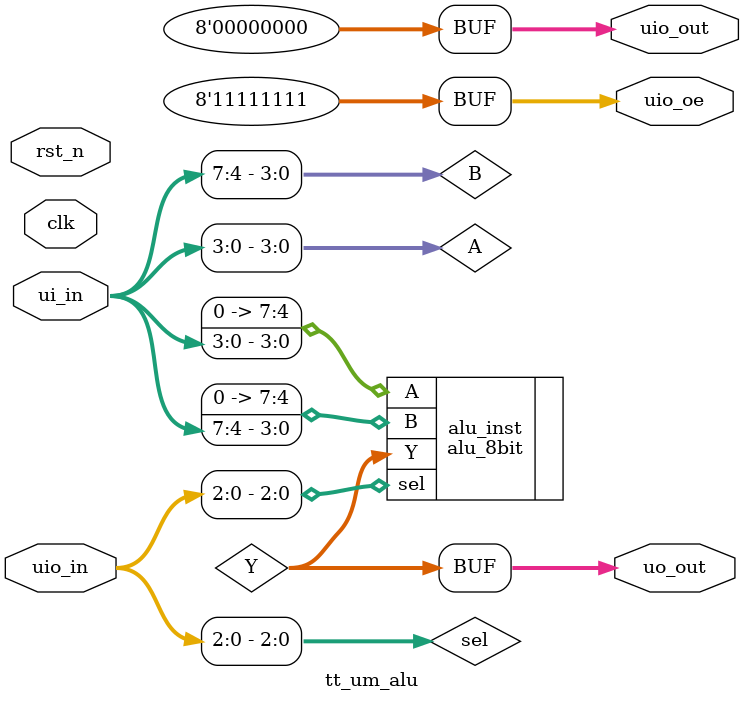
<source format=v>
module tt_um_alu (
    input  [7:0] ui_in,     // A[3:0], B[3:0]
    output [7:0] uo_out,    // Resultado
    input  [7:0] uio_in,    // Selector [2:0]
    output [7:0] uio_out,   // Flags 
    output [7:0] uio_oe,    // Habilitación
    input clk,
    input rst_n
);
    wire [3:0] A = ui_in[3:0];
    wire [3:0] B = ui_in[7:4];
    wire [2:0] sel = uio_in[2:0];

    wire [7:0] Y;

    alu_8bit alu_inst (
        .A({4'b0000, A}),
        .B({4'b0000, B}),
        .sel(sel),
        .Y(Y)
    );

    assign uo_out = Y;
    assign uio_out = 8'b0; // (Puedes usarlo para flags si quieres)
    assign uio_oe = 8'hFF; // Habilitar todas las salidas de uio
endmodule



</source>
